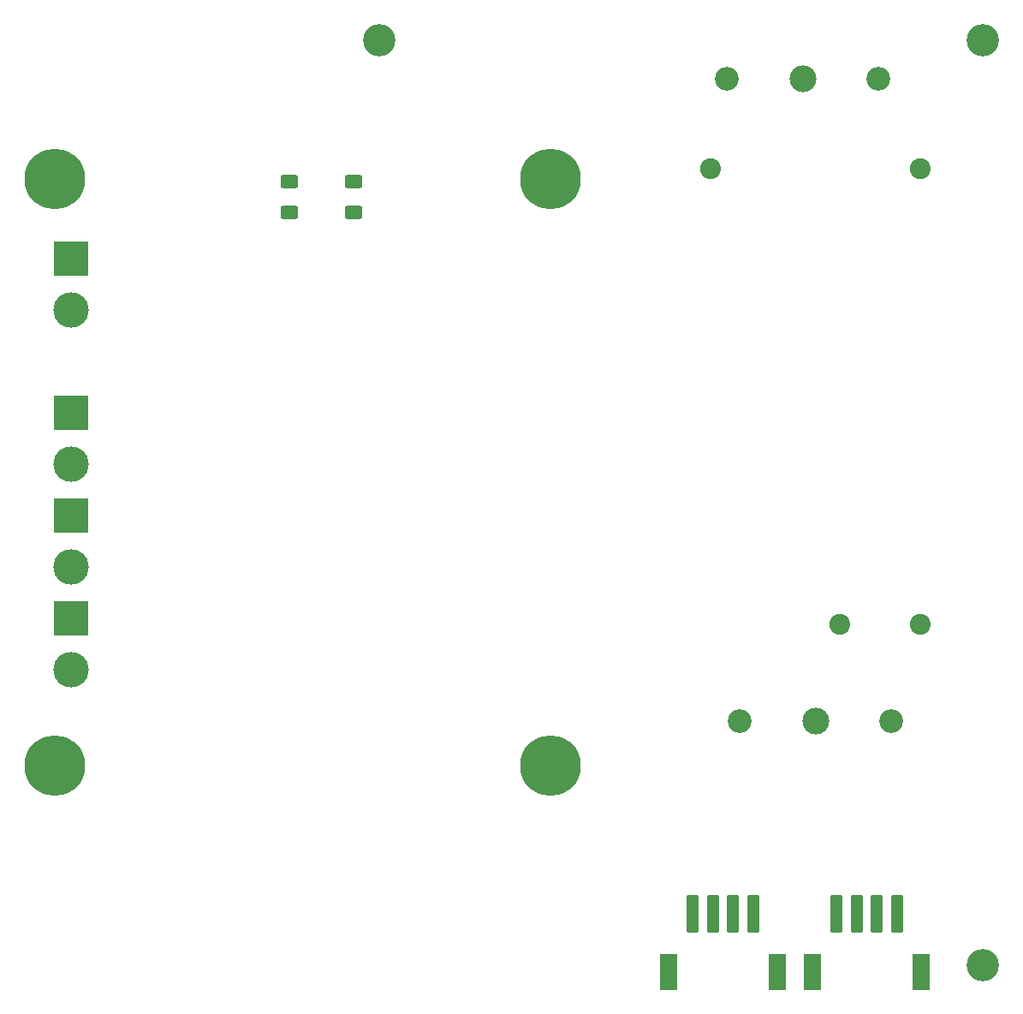
<source format=gbr>
%TF.GenerationSoftware,KiCad,Pcbnew,8.0.3-8.0.3-0~ubuntu22.04.1*%
%TF.CreationDate,2024-06-26T17:13:49+03:00*%
%TF.ProjectId,PM-CPU-RP,504d2d43-5055-42d5-9250-2e6b69636164,rev?*%
%TF.SameCoordinates,Original*%
%TF.FileFunction,Soldermask,Top*%
%TF.FilePolarity,Negative*%
%FSLAX46Y46*%
G04 Gerber Fmt 4.6, Leading zero omitted, Abs format (unit mm)*
G04 Created by KiCad (PCBNEW 8.0.3-8.0.3-0~ubuntu22.04.1) date 2024-06-26 17:13:49*
%MOMM*%
%LPD*%
G01*
G04 APERTURE LIST*
G04 Aperture macros list*
%AMRoundRect*
0 Rectangle with rounded corners*
0 $1 Rounding radius*
0 $2 $3 $4 $5 $6 $7 $8 $9 X,Y pos of 4 corners*
0 Add a 4 corners polygon primitive as box body*
4,1,4,$2,$3,$4,$5,$6,$7,$8,$9,$2,$3,0*
0 Add four circle primitives for the rounded corners*
1,1,$1+$1,$2,$3*
1,1,$1+$1,$4,$5*
1,1,$1+$1,$6,$7*
1,1,$1+$1,$8,$9*
0 Add four rect primitives between the rounded corners*
20,1,$1+$1,$2,$3,$4,$5,0*
20,1,$1+$1,$4,$5,$6,$7,0*
20,1,$1+$1,$6,$7,$8,$9,0*
20,1,$1+$1,$8,$9,$2,$3,0*%
G04 Aperture macros list end*
%ADD10RoundRect,0.102000X0.500000X1.750000X-0.500000X1.750000X-0.500000X-1.750000X0.500000X-1.750000X0*%
%ADD11RoundRect,0.102000X0.750000X1.700000X-0.750000X1.700000X-0.750000X-1.700000X0.750000X-1.700000X0*%
%ADD12C,3.200000*%
%ADD13R,3.500000X3.500000*%
%ADD14C,3.500000*%
%ADD15RoundRect,0.250000X-0.625000X0.400000X-0.625000X-0.400000X0.625000X-0.400000X0.625000X0.400000X0*%
%ADD16C,6.000000*%
%ADD17C,2.650000*%
%ADD18C,2.350000*%
%ADD19C,2.064000*%
G04 APERTURE END LIST*
D10*
%TO.C,J12*%
X182420000Y-140970000D03*
X184420000Y-140970000D03*
X186420000Y-140970000D03*
X188420000Y-140970000D03*
D11*
X180070000Y-146720000D03*
X190770000Y-146720000D03*
%TD*%
D12*
%TO.C,H1*%
X137160000Y-54610000D03*
%TD*%
D13*
%TO.C,J8*%
X106680000Y-111760000D03*
D14*
X106680000Y-116840000D03*
%TD*%
D12*
%TO.C,H3*%
X196850000Y-146050000D03*
%TD*%
D15*
%TO.C,R2*%
X128270000Y-68580000D03*
X128270000Y-71680000D03*
%TD*%
D13*
%TO.C,J6*%
X106680000Y-101600000D03*
D14*
X106680000Y-106680000D03*
%TD*%
D10*
%TO.C,J10*%
X168180000Y-140970000D03*
X170180000Y-140970000D03*
X172180000Y-140970000D03*
X174180000Y-140970000D03*
D11*
X165830000Y-146720000D03*
X176530000Y-146720000D03*
%TD*%
D15*
%TO.C,R1*%
X134620000Y-68580000D03*
X134620000Y-71680000D03*
%TD*%
D12*
%TO.C,H2*%
X196850000Y-54610000D03*
%TD*%
D13*
%TO.C,J4*%
X106680000Y-91440000D03*
D14*
X106680000Y-96520000D03*
%TD*%
D13*
%TO.C,J1*%
X106680000Y-76200000D03*
D14*
X106680000Y-81280000D03*
%TD*%
D16*
%TO.C,D1*%
X154100000Y-126360000D03*
X154100000Y-68360000D03*
X105100000Y-126360000D03*
X105100000Y-68360000D03*
%TD*%
D17*
%TO.C,U2*%
X179070000Y-58420000D03*
D18*
X186570000Y-58420000D03*
X171570000Y-58420000D03*
%TD*%
D19*
%TO.C,PS1*%
X182740000Y-112370000D03*
X190740000Y-112370000D03*
X169940000Y-67370000D03*
X190740000Y-67370000D03*
%TD*%
D17*
%TO.C,U1*%
X180340000Y-121920000D03*
D18*
X172840000Y-121920000D03*
X187840000Y-121920000D03*
%TD*%
M02*

</source>
